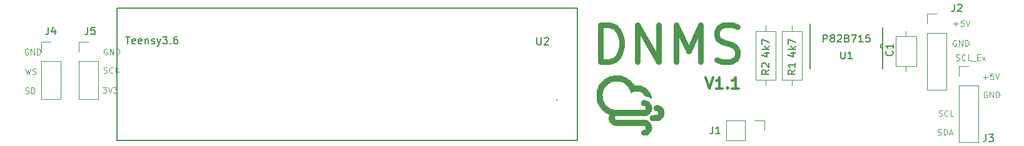
<source format=gbr>
G04 #@! TF.GenerationSoftware,KiCad,Pcbnew,(5.1.4)-1*
G04 #@! TF.CreationDate,2019-10-24T11:44:37+02:00*
G04 #@! TF.ProjectId,DNMS,444e4d53-2e6b-4696-9361-645f70636258,0.9.0*
G04 #@! TF.SameCoordinates,Original*
G04 #@! TF.FileFunction,Legend,Top*
G04 #@! TF.FilePolarity,Positive*
%FSLAX46Y46*%
G04 Gerber Fmt 4.6, Leading zero omitted, Abs format (unit mm)*
G04 Created by KiCad (PCBNEW (5.1.4)-1) date 2019-10-24 11:44:37*
%MOMM*%
%LPD*%
G04 APERTURE LIST*
%ADD10C,0.300000*%
%ADD11C,0.100000*%
%ADD12C,0.750000*%
%ADD13C,0.127000*%
%ADD14C,0.152400*%
%ADD15C,0.120000*%
%ADD16C,0.010000*%
%ADD17C,0.150000*%
G04 APERTURE END LIST*
D10*
X153416285Y-84776571D02*
X153916285Y-86276571D01*
X154416285Y-84776571D01*
X155702000Y-86276571D02*
X154844857Y-86276571D01*
X155273428Y-86276571D02*
X155273428Y-84776571D01*
X155130571Y-84990857D01*
X154987714Y-85133714D01*
X154844857Y-85205142D01*
X156344857Y-86133714D02*
X156416285Y-86205142D01*
X156344857Y-86276571D01*
X156273428Y-86205142D01*
X156344857Y-86133714D01*
X156344857Y-86276571D01*
X157844857Y-86276571D02*
X156987714Y-86276571D01*
X157416285Y-86276571D02*
X157416285Y-84776571D01*
X157273428Y-84990857D01*
X157130571Y-85133714D01*
X156987714Y-85205142D01*
D11*
X61322028Y-86887009D02*
X61436314Y-86925104D01*
X61626790Y-86925104D01*
X61702980Y-86887009D01*
X61741076Y-86848914D01*
X61779171Y-86772723D01*
X61779171Y-86696533D01*
X61741076Y-86620342D01*
X61702980Y-86582247D01*
X61626790Y-86544152D01*
X61474409Y-86506057D01*
X61398219Y-86467961D01*
X61360123Y-86429866D01*
X61322028Y-86353676D01*
X61322028Y-86277485D01*
X61360123Y-86201295D01*
X61398219Y-86163200D01*
X61474409Y-86125104D01*
X61664885Y-86125104D01*
X61779171Y-86163200D01*
X62122028Y-86925104D02*
X62122028Y-86125104D01*
X62312504Y-86125104D01*
X62426790Y-86163200D01*
X62502980Y-86239390D01*
X62541076Y-86315580D01*
X62579171Y-86467961D01*
X62579171Y-86582247D01*
X62541076Y-86734628D01*
X62502980Y-86810819D01*
X62426790Y-86887009D01*
X62312504Y-86925104D01*
X62122028Y-86925104D01*
X61328390Y-83534304D02*
X61518866Y-84334304D01*
X61671247Y-83762876D01*
X61823628Y-84334304D01*
X62014104Y-83534304D01*
X62280771Y-84296209D02*
X62395057Y-84334304D01*
X62585533Y-84334304D01*
X62661723Y-84296209D01*
X62699819Y-84258114D01*
X62737914Y-84181923D01*
X62737914Y-84105733D01*
X62699819Y-84029542D01*
X62661723Y-83991447D01*
X62585533Y-83953352D01*
X62433152Y-83915257D01*
X62356961Y-83877161D01*
X62318866Y-83839066D01*
X62280771Y-83762876D01*
X62280771Y-83686685D01*
X62318866Y-83610495D01*
X62356961Y-83572400D01*
X62433152Y-83534304D01*
X62623628Y-83534304D01*
X62737914Y-83572400D01*
X61696676Y-80905400D02*
X61620485Y-80867304D01*
X61506200Y-80867304D01*
X61391914Y-80905400D01*
X61315723Y-80981590D01*
X61277628Y-81057780D01*
X61239533Y-81210161D01*
X61239533Y-81324447D01*
X61277628Y-81476828D01*
X61315723Y-81553019D01*
X61391914Y-81629209D01*
X61506200Y-81667304D01*
X61582390Y-81667304D01*
X61696676Y-81629209D01*
X61734771Y-81591114D01*
X61734771Y-81324447D01*
X61582390Y-81324447D01*
X62077628Y-81667304D02*
X62077628Y-80867304D01*
X62534771Y-81667304D01*
X62534771Y-80867304D01*
X62915723Y-81667304D02*
X62915723Y-80867304D01*
X63106200Y-80867304D01*
X63220485Y-80905400D01*
X63296676Y-80981590D01*
X63334771Y-81057780D01*
X63372866Y-81210161D01*
X63372866Y-81324447D01*
X63334771Y-81476828D01*
X63296676Y-81553019D01*
X63220485Y-81629209D01*
X63106200Y-81667304D01*
X62915723Y-81667304D01*
X71805923Y-86074304D02*
X72301161Y-86074304D01*
X72034495Y-86379066D01*
X72148780Y-86379066D01*
X72224971Y-86417161D01*
X72263066Y-86455257D01*
X72301161Y-86531447D01*
X72301161Y-86721923D01*
X72263066Y-86798114D01*
X72224971Y-86836209D01*
X72148780Y-86874304D01*
X71920209Y-86874304D01*
X71844019Y-86836209D01*
X71805923Y-86798114D01*
X72529733Y-86074304D02*
X72796400Y-86874304D01*
X73063066Y-86074304D01*
X73253542Y-86074304D02*
X73748780Y-86074304D01*
X73482114Y-86379066D01*
X73596400Y-86379066D01*
X73672590Y-86417161D01*
X73710685Y-86455257D01*
X73748780Y-86531447D01*
X73748780Y-86721923D01*
X73710685Y-86798114D01*
X73672590Y-86836209D01*
X73596400Y-86874304D01*
X73367828Y-86874304D01*
X73291638Y-86836209D01*
X73253542Y-86798114D01*
X71920228Y-84143809D02*
X72034514Y-84181904D01*
X72224990Y-84181904D01*
X72301180Y-84143809D01*
X72339276Y-84105714D01*
X72377371Y-84029523D01*
X72377371Y-83953333D01*
X72339276Y-83877142D01*
X72301180Y-83839047D01*
X72224990Y-83800952D01*
X72072609Y-83762857D01*
X71996419Y-83724761D01*
X71958323Y-83686666D01*
X71920228Y-83610476D01*
X71920228Y-83534285D01*
X71958323Y-83458095D01*
X71996419Y-83420000D01*
X72072609Y-83381904D01*
X72263085Y-83381904D01*
X72377371Y-83420000D01*
X73177371Y-84105714D02*
X73139276Y-84143809D01*
X73024990Y-84181904D01*
X72948800Y-84181904D01*
X72834514Y-84143809D01*
X72758323Y-84067619D01*
X72720228Y-83991428D01*
X72682133Y-83839047D01*
X72682133Y-83724761D01*
X72720228Y-83572380D01*
X72758323Y-83496190D01*
X72834514Y-83420000D01*
X72948800Y-83381904D01*
X73024990Y-83381904D01*
X73139276Y-83420000D01*
X73177371Y-83458095D01*
X73520228Y-84181904D02*
X73520228Y-83381904D01*
X73977371Y-84181904D02*
X73634514Y-83724761D01*
X73977371Y-83381904D02*
X73520228Y-83839047D01*
X72390076Y-80905400D02*
X72313885Y-80867304D01*
X72199600Y-80867304D01*
X72085314Y-80905400D01*
X72009123Y-80981590D01*
X71971028Y-81057780D01*
X71932933Y-81210161D01*
X71932933Y-81324447D01*
X71971028Y-81476828D01*
X72009123Y-81553019D01*
X72085314Y-81629209D01*
X72199600Y-81667304D01*
X72275790Y-81667304D01*
X72390076Y-81629209D01*
X72428171Y-81591114D01*
X72428171Y-81324447D01*
X72275790Y-81324447D01*
X72771028Y-81667304D02*
X72771028Y-80867304D01*
X73228171Y-81667304D01*
X73228171Y-80867304D01*
X73609123Y-81667304D02*
X73609123Y-80867304D01*
X73799600Y-80867304D01*
X73913885Y-80905400D01*
X73990076Y-80981590D01*
X74028171Y-81057780D01*
X74066266Y-81210161D01*
X74066266Y-81324447D01*
X74028171Y-81476828D01*
X73990076Y-81553019D01*
X73913885Y-81629209D01*
X73799600Y-81667304D01*
X73609123Y-81667304D01*
X190970028Y-84715342D02*
X191579552Y-84715342D01*
X191274790Y-85020104D02*
X191274790Y-84410580D01*
X192341457Y-84220104D02*
X191960504Y-84220104D01*
X191922409Y-84601057D01*
X191960504Y-84562961D01*
X192036695Y-84524866D01*
X192227171Y-84524866D01*
X192303361Y-84562961D01*
X192341457Y-84601057D01*
X192379552Y-84677247D01*
X192379552Y-84867723D01*
X192341457Y-84943914D01*
X192303361Y-84982009D01*
X192227171Y-85020104D01*
X192036695Y-85020104D01*
X191960504Y-84982009D01*
X191922409Y-84943914D01*
X192608123Y-84220104D02*
X192874790Y-85020104D01*
X193141457Y-84220104D01*
X191490676Y-86696600D02*
X191414485Y-86658504D01*
X191300200Y-86658504D01*
X191185914Y-86696600D01*
X191109723Y-86772790D01*
X191071628Y-86848980D01*
X191033533Y-87001361D01*
X191033533Y-87115647D01*
X191071628Y-87268028D01*
X191109723Y-87344219D01*
X191185914Y-87420409D01*
X191300200Y-87458504D01*
X191376390Y-87458504D01*
X191490676Y-87420409D01*
X191528771Y-87382314D01*
X191528771Y-87115647D01*
X191376390Y-87115647D01*
X191871628Y-87458504D02*
X191871628Y-86658504D01*
X192328771Y-87458504D01*
X192328771Y-86658504D01*
X192709723Y-87458504D02*
X192709723Y-86658504D01*
X192900200Y-86658504D01*
X193014485Y-86696600D01*
X193090676Y-86772790D01*
X193128771Y-86848980D01*
X193166866Y-87001361D01*
X193166866Y-87115647D01*
X193128771Y-87268028D01*
X193090676Y-87344219D01*
X193014485Y-87420409D01*
X192900200Y-87458504D01*
X192709723Y-87458504D01*
X187312542Y-82416609D02*
X187426828Y-82454704D01*
X187617304Y-82454704D01*
X187693495Y-82416609D01*
X187731590Y-82378514D01*
X187769685Y-82302323D01*
X187769685Y-82226133D01*
X187731590Y-82149942D01*
X187693495Y-82111847D01*
X187617304Y-82073752D01*
X187464923Y-82035657D01*
X187388733Y-81997561D01*
X187350638Y-81959466D01*
X187312542Y-81883276D01*
X187312542Y-81807085D01*
X187350638Y-81730895D01*
X187388733Y-81692800D01*
X187464923Y-81654704D01*
X187655400Y-81654704D01*
X187769685Y-81692800D01*
X188569685Y-82378514D02*
X188531590Y-82416609D01*
X188417304Y-82454704D01*
X188341114Y-82454704D01*
X188226828Y-82416609D01*
X188150638Y-82340419D01*
X188112542Y-82264228D01*
X188074447Y-82111847D01*
X188074447Y-81997561D01*
X188112542Y-81845180D01*
X188150638Y-81768990D01*
X188226828Y-81692800D01*
X188341114Y-81654704D01*
X188417304Y-81654704D01*
X188531590Y-81692800D01*
X188569685Y-81730895D01*
X189293495Y-82454704D02*
X188912542Y-82454704D01*
X188912542Y-81654704D01*
X189369685Y-82530895D02*
X189979209Y-82530895D01*
X190169685Y-82035657D02*
X190436352Y-82035657D01*
X190550638Y-82454704D02*
X190169685Y-82454704D01*
X190169685Y-81654704D01*
X190550638Y-81654704D01*
X190817304Y-82454704D02*
X191236352Y-81921371D01*
X190817304Y-81921371D02*
X191236352Y-82454704D01*
X184829571Y-92525809D02*
X184943857Y-92563904D01*
X185134333Y-92563904D01*
X185210523Y-92525809D01*
X185248619Y-92487714D01*
X185286714Y-92411523D01*
X185286714Y-92335333D01*
X185248619Y-92259142D01*
X185210523Y-92221047D01*
X185134333Y-92182952D01*
X184981952Y-92144857D01*
X184905761Y-92106761D01*
X184867666Y-92068666D01*
X184829571Y-91992476D01*
X184829571Y-91916285D01*
X184867666Y-91840095D01*
X184905761Y-91802000D01*
X184981952Y-91763904D01*
X185172428Y-91763904D01*
X185286714Y-91802000D01*
X185629571Y-92563904D02*
X185629571Y-91763904D01*
X185820047Y-91763904D01*
X185934333Y-91802000D01*
X186010523Y-91878190D01*
X186048619Y-91954380D01*
X186086714Y-92106761D01*
X186086714Y-92221047D01*
X186048619Y-92373428D01*
X186010523Y-92449619D01*
X185934333Y-92525809D01*
X185820047Y-92563904D01*
X185629571Y-92563904D01*
X186391476Y-92335333D02*
X186772428Y-92335333D01*
X186315285Y-92563904D02*
X186581952Y-91763904D01*
X186848619Y-92563904D01*
X184950219Y-89985809D02*
X185064504Y-90023904D01*
X185254980Y-90023904D01*
X185331171Y-89985809D01*
X185369266Y-89947714D01*
X185407361Y-89871523D01*
X185407361Y-89795333D01*
X185369266Y-89719142D01*
X185331171Y-89681047D01*
X185254980Y-89642952D01*
X185102600Y-89604857D01*
X185026409Y-89566761D01*
X184988314Y-89528666D01*
X184950219Y-89452476D01*
X184950219Y-89376285D01*
X184988314Y-89300095D01*
X185026409Y-89262000D01*
X185102600Y-89223904D01*
X185293076Y-89223904D01*
X185407361Y-89262000D01*
X186207361Y-89947714D02*
X186169266Y-89985809D01*
X186054980Y-90023904D01*
X185978790Y-90023904D01*
X185864504Y-89985809D01*
X185788314Y-89909619D01*
X185750219Y-89833428D01*
X185712123Y-89681047D01*
X185712123Y-89566761D01*
X185750219Y-89414380D01*
X185788314Y-89338190D01*
X185864504Y-89262000D01*
X185978790Y-89223904D01*
X186054980Y-89223904D01*
X186169266Y-89262000D01*
X186207361Y-89300095D01*
X186931171Y-90023904D02*
X186550219Y-90023904D01*
X186550219Y-89223904D01*
X187325076Y-79737000D02*
X187248885Y-79698904D01*
X187134600Y-79698904D01*
X187020314Y-79737000D01*
X186944123Y-79813190D01*
X186906028Y-79889380D01*
X186867933Y-80041761D01*
X186867933Y-80156047D01*
X186906028Y-80308428D01*
X186944123Y-80384619D01*
X187020314Y-80460809D01*
X187134600Y-80498904D01*
X187210790Y-80498904D01*
X187325076Y-80460809D01*
X187363171Y-80422714D01*
X187363171Y-80156047D01*
X187210790Y-80156047D01*
X187706028Y-80498904D02*
X187706028Y-79698904D01*
X188163171Y-80498904D01*
X188163171Y-79698904D01*
X188544123Y-80498904D02*
X188544123Y-79698904D01*
X188734600Y-79698904D01*
X188848885Y-79737000D01*
X188925076Y-79813190D01*
X188963171Y-79889380D01*
X189001266Y-80041761D01*
X189001266Y-80156047D01*
X188963171Y-80308428D01*
X188925076Y-80384619D01*
X188848885Y-80460809D01*
X188734600Y-80498904D01*
X188544123Y-80498904D01*
X186956828Y-77501742D02*
X187566352Y-77501742D01*
X187261590Y-77806504D02*
X187261590Y-77196980D01*
X188328257Y-77006504D02*
X187947304Y-77006504D01*
X187909209Y-77387457D01*
X187947304Y-77349361D01*
X188023495Y-77311266D01*
X188213971Y-77311266D01*
X188290161Y-77349361D01*
X188328257Y-77387457D01*
X188366352Y-77463647D01*
X188366352Y-77654123D01*
X188328257Y-77730314D01*
X188290161Y-77768409D01*
X188213971Y-77806504D01*
X188023495Y-77806504D01*
X187947304Y-77768409D01*
X187909209Y-77730314D01*
X188594923Y-77006504D02*
X188861590Y-77806504D01*
X189128257Y-77006504D01*
D12*
X139169333Y-82652904D02*
X139169333Y-77652904D01*
X140359809Y-77652904D01*
X141074095Y-77891000D01*
X141550285Y-78367190D01*
X141788380Y-78843380D01*
X142026476Y-79795761D01*
X142026476Y-80510047D01*
X141788380Y-81462428D01*
X141550285Y-81938619D01*
X141074095Y-82414809D01*
X140359809Y-82652904D01*
X139169333Y-82652904D01*
X144169333Y-82652904D02*
X144169333Y-77652904D01*
X147026476Y-82652904D01*
X147026476Y-77652904D01*
X149407428Y-82652904D02*
X149407428Y-77652904D01*
X151074095Y-81224333D01*
X152740761Y-77652904D01*
X152740761Y-82652904D01*
X154883619Y-82414809D02*
X155597904Y-82652904D01*
X156788380Y-82652904D01*
X157264571Y-82414809D01*
X157502666Y-82176714D01*
X157740761Y-81700523D01*
X157740761Y-81224333D01*
X157502666Y-80748142D01*
X157264571Y-80510047D01*
X156788380Y-80271952D01*
X155836000Y-80033857D01*
X155359809Y-79795761D01*
X155121714Y-79557666D01*
X154883619Y-79081476D01*
X154883619Y-78605285D01*
X155121714Y-78129095D01*
X155359809Y-77891000D01*
X155836000Y-77652904D01*
X157026476Y-77652904D01*
X157740761Y-77891000D01*
D13*
X136032620Y-75328000D02*
X73732620Y-75328000D01*
X73732620Y-75328000D02*
X73732620Y-93328000D01*
X73732620Y-93328000D02*
X136032620Y-93328000D01*
X136032620Y-93328000D02*
X136032620Y-75328000D01*
D14*
X133282620Y-87728000D02*
X133282620Y-87828000D01*
D15*
X180517800Y-78477600D02*
X180517800Y-79167600D01*
X180517800Y-83897600D02*
X180517800Y-83207600D01*
X179097800Y-79167600D02*
X179097800Y-83207600D01*
X181937800Y-79167600D02*
X179097800Y-79167600D01*
X181937800Y-83207600D02*
X181937800Y-79167600D01*
X179097800Y-83207600D02*
X181937800Y-83207600D01*
D16*
G36*
X146935429Y-88533740D02*
G01*
X147051483Y-88572012D01*
X147277414Y-88680127D01*
X147457540Y-88819529D01*
X147606516Y-89002100D01*
X147633053Y-89043528D01*
X147667482Y-89110671D01*
X147690380Y-89189588D01*
X147704816Y-89296584D01*
X147713860Y-89447968D01*
X147715086Y-89479396D01*
X147717066Y-89682801D01*
X147703032Y-89840347D01*
X147668765Y-89968572D01*
X147610047Y-90084011D01*
X147534085Y-90189050D01*
X147453277Y-90286765D01*
X147386138Y-90354704D01*
X147311535Y-90410392D01*
X147208334Y-90471355D01*
X147164425Y-90495604D01*
X147096744Y-90530562D01*
X147033835Y-90555035D01*
X146961966Y-90571211D01*
X146867406Y-90581276D01*
X146736426Y-90587419D01*
X146561175Y-90591707D01*
X146394259Y-90593029D01*
X146245778Y-90590356D01*
X146129477Y-90584213D01*
X146059103Y-90575125D01*
X146049622Y-90572175D01*
X145946093Y-90496387D01*
X145876647Y-90382656D01*
X145845067Y-90248846D01*
X145855139Y-90112820D01*
X145910648Y-89992444D01*
X145923413Y-89976507D01*
X145958982Y-89938488D01*
X145996856Y-89912464D01*
X146049969Y-89895385D01*
X146131258Y-89884203D01*
X146253659Y-89875866D01*
X146375851Y-89869852D01*
X146591053Y-89855732D01*
X146750659Y-89833541D01*
X146862456Y-89799082D01*
X146934231Y-89748155D01*
X146973768Y-89676563D01*
X146988854Y-89580107D01*
X146989800Y-89538819D01*
X146962801Y-89418833D01*
X146890914Y-89325744D01*
X146787801Y-89274122D01*
X146736126Y-89268300D01*
X146636587Y-89250398D01*
X146552120Y-89212750D01*
X146441492Y-89126616D01*
X146380580Y-89033804D01*
X146357315Y-88912979D01*
X146355856Y-88865799D01*
X146359489Y-88763960D01*
X146380243Y-88697976D01*
X146430416Y-88640386D01*
X146473159Y-88603861D01*
X146603875Y-88528955D01*
X146755747Y-88505703D01*
X146935429Y-88533740D01*
X146935429Y-88533740D01*
G37*
X146935429Y-88533740D02*
X147051483Y-88572012D01*
X147277414Y-88680127D01*
X147457540Y-88819529D01*
X147606516Y-89002100D01*
X147633053Y-89043528D01*
X147667482Y-89110671D01*
X147690380Y-89189588D01*
X147704816Y-89296584D01*
X147713860Y-89447968D01*
X147715086Y-89479396D01*
X147717066Y-89682801D01*
X147703032Y-89840347D01*
X147668765Y-89968572D01*
X147610047Y-90084011D01*
X147534085Y-90189050D01*
X147453277Y-90286765D01*
X147386138Y-90354704D01*
X147311535Y-90410392D01*
X147208334Y-90471355D01*
X147164425Y-90495604D01*
X147096744Y-90530562D01*
X147033835Y-90555035D01*
X146961966Y-90571211D01*
X146867406Y-90581276D01*
X146736426Y-90587419D01*
X146561175Y-90591707D01*
X146394259Y-90593029D01*
X146245778Y-90590356D01*
X146129477Y-90584213D01*
X146059103Y-90575125D01*
X146049622Y-90572175D01*
X145946093Y-90496387D01*
X145876647Y-90382656D01*
X145845067Y-90248846D01*
X145855139Y-90112820D01*
X145910648Y-89992444D01*
X145923413Y-89976507D01*
X145958982Y-89938488D01*
X145996856Y-89912464D01*
X146049969Y-89895385D01*
X146131258Y-89884203D01*
X146253659Y-89875866D01*
X146375851Y-89869852D01*
X146591053Y-89855732D01*
X146750659Y-89833541D01*
X146862456Y-89799082D01*
X146934231Y-89748155D01*
X146973768Y-89676563D01*
X146988854Y-89580107D01*
X146989800Y-89538819D01*
X146962801Y-89418833D01*
X146890914Y-89325744D01*
X146787801Y-89274122D01*
X146736126Y-89268300D01*
X146636587Y-89250398D01*
X146552120Y-89212750D01*
X146441492Y-89126616D01*
X146380580Y-89033804D01*
X146357315Y-88912979D01*
X146355856Y-88865799D01*
X146359489Y-88763960D01*
X146380243Y-88697976D01*
X146430416Y-88640386D01*
X146473159Y-88603861D01*
X146603875Y-88528955D01*
X146755747Y-88505703D01*
X146935429Y-88533740D01*
G36*
X141613959Y-84513785D02*
G01*
X141862561Y-84536623D01*
X142076919Y-84572640D01*
X142245714Y-84620161D01*
X142312696Y-84649368D01*
X142382621Y-84682081D01*
X142426859Y-84696097D01*
X142427216Y-84696104D01*
X142464244Y-84711125D01*
X142542235Y-84751196D01*
X142647457Y-84809111D01*
X142704399Y-84841590D01*
X142926402Y-84989034D01*
X143149445Y-85171646D01*
X143354931Y-85372369D01*
X143524260Y-85574149D01*
X143562887Y-85628851D01*
X143699754Y-85832147D01*
X144003339Y-85830727D01*
X144194246Y-85836491D01*
X144382030Y-85853917D01*
X144549861Y-85880583D01*
X144680908Y-85914069D01*
X144733657Y-85935781D01*
X144790056Y-85963429D01*
X144879620Y-86005470D01*
X144937784Y-86032195D01*
X145017139Y-86075548D01*
X145119992Y-86141610D01*
X145234125Y-86221235D01*
X145347318Y-86305275D01*
X145447353Y-86384581D01*
X145522011Y-86450007D01*
X145559073Y-86492403D01*
X145561050Y-86498819D01*
X145580690Y-86535939D01*
X145628755Y-86595464D01*
X145636550Y-86603997D01*
X145701268Y-86688867D01*
X145777053Y-86810429D01*
X145853897Y-86949800D01*
X145921794Y-87088099D01*
X145970735Y-87206443D01*
X145988498Y-87268050D01*
X146013177Y-87366433D01*
X146043860Y-87449281D01*
X146044488Y-87450564D01*
X146066583Y-87515165D01*
X146046993Y-87539394D01*
X145982734Y-87523786D01*
X145888702Y-87478502D01*
X145716880Y-87391214D01*
X145578513Y-87332033D01*
X145454344Y-87293660D01*
X145342356Y-87271440D01*
X145221175Y-87241992D01*
X145145839Y-87195699D01*
X145123770Y-87169314D01*
X144990012Y-86999473D01*
X144840771Y-86860316D01*
X144660406Y-86739610D01*
X144433273Y-86625117D01*
X144421023Y-86619611D01*
X144357190Y-86604963D01*
X144247848Y-86593453D01*
X144110967Y-86586627D01*
X144024148Y-86585425D01*
X143850775Y-86588923D01*
X143717541Y-86603180D01*
X143601288Y-86633836D01*
X143478860Y-86686533D01*
X143365401Y-86745902D01*
X143294118Y-86781842D01*
X143259066Y-86779232D01*
X143241694Y-86728600D01*
X143233205Y-86678397D01*
X143198230Y-86555521D01*
X143132673Y-86401974D01*
X143046219Y-86236187D01*
X142948555Y-86076586D01*
X142849369Y-85941600D01*
X142840182Y-85930683D01*
X142669183Y-85753786D01*
X142477607Y-85594552D01*
X142285515Y-85468846D01*
X142203028Y-85426885D01*
X142105670Y-85381849D01*
X142026169Y-85343768D01*
X141999773Y-85330418D01*
X141899336Y-85295612D01*
X141751090Y-85268065D01*
X141570477Y-85249394D01*
X141372935Y-85241216D01*
X141181904Y-85244728D01*
X140874578Y-85279443D01*
X140603459Y-85353447D01*
X140350968Y-85472273D01*
X140239425Y-85541388D01*
X140117972Y-85633938D01*
X139985671Y-85753822D01*
X139857544Y-85885469D01*
X139748611Y-86013306D01*
X139673893Y-86121763D01*
X139666721Y-86135092D01*
X139627069Y-86206695D01*
X139597784Y-86249642D01*
X139595259Y-86252050D01*
X139569002Y-86294191D01*
X139531090Y-86379462D01*
X139488195Y-86490195D01*
X139446987Y-86608721D01*
X139414137Y-86717371D01*
X139403471Y-86760050D01*
X139383896Y-86890786D01*
X139374201Y-87052879D01*
X139373598Y-87231787D01*
X139381302Y-87412964D01*
X139396527Y-87581866D01*
X139418486Y-87723951D01*
X139446395Y-87824674D01*
X139462662Y-87855425D01*
X139488924Y-87904602D01*
X139522893Y-87984131D01*
X139528364Y-87998300D01*
X139639576Y-88219614D01*
X139799764Y-88440391D01*
X139995873Y-88646503D01*
X140214849Y-88823824D01*
X140391224Y-88932060D01*
X140479355Y-88978142D01*
X140559539Y-89017940D01*
X140636984Y-89051914D01*
X140716898Y-89080526D01*
X140804488Y-89104236D01*
X140904960Y-89123504D01*
X141023524Y-89138792D01*
X141165386Y-89150559D01*
X141335753Y-89159266D01*
X141539834Y-89165375D01*
X141782835Y-89169345D01*
X142069964Y-89171637D01*
X142406429Y-89172712D01*
X142797436Y-89173030D01*
X143115684Y-89173050D01*
X145139027Y-89173050D01*
X145223038Y-89095191D01*
X145281292Y-89023731D01*
X145304714Y-88936612D01*
X145307050Y-88878475D01*
X145284508Y-88747260D01*
X145214599Y-88655060D01*
X145093892Y-88598337D01*
X145020943Y-88583271D01*
X144862999Y-88529740D01*
X144775237Y-88464330D01*
X144711521Y-88395265D01*
X144681341Y-88327946D01*
X144673122Y-88233134D01*
X144673106Y-88206384D01*
X144689959Y-88065724D01*
X144745416Y-87963600D01*
X144850090Y-87883704D01*
X144899659Y-87858286D01*
X144961024Y-87832022D01*
X145015382Y-87821149D01*
X145081944Y-87826086D01*
X145179920Y-87847252D01*
X145254365Y-87866015D01*
X145513559Y-87959602D01*
X145724853Y-88094421D01*
X145886962Y-88268834D01*
X145998599Y-88481203D01*
X146058479Y-88729888D01*
X146069050Y-88903933D01*
X146065767Y-89027624D01*
X146057026Y-89125327D01*
X146044488Y-89180979D01*
X146039742Y-89187415D01*
X146012070Y-89229072D01*
X145990917Y-89294394D01*
X145950892Y-89383310D01*
X145872542Y-89492465D01*
X145769962Y-89606260D01*
X145657245Y-89709093D01*
X145548487Y-89785365D01*
X145546152Y-89786678D01*
X145491447Y-89816007D01*
X145436677Y-89841198D01*
X145376781Y-89862568D01*
X145306696Y-89880428D01*
X145221359Y-89895093D01*
X145115709Y-89906876D01*
X144984681Y-89916091D01*
X144823214Y-89923051D01*
X144626244Y-89928071D01*
X144388711Y-89931463D01*
X144105550Y-89933542D01*
X143771699Y-89934620D01*
X143382097Y-89935013D01*
X143151123Y-89935050D01*
X141220572Y-89935050D01*
X141136561Y-90012908D01*
X141069847Y-90114523D01*
X141050982Y-90237951D01*
X141080946Y-90362161D01*
X141117491Y-90421795D01*
X141182432Y-90504355D01*
X143236803Y-90513390D01*
X145291175Y-90522425D01*
X145488876Y-90628887D01*
X145706316Y-90777562D01*
X145875336Y-90958392D01*
X145994660Y-91163283D01*
X146063012Y-91384140D01*
X146079116Y-91612868D01*
X146041695Y-91841371D01*
X145949473Y-92061556D01*
X145801173Y-92265327D01*
X145754475Y-92313450D01*
X145595879Y-92441683D01*
X145425011Y-92522900D01*
X145225642Y-92563182D01*
X145069209Y-92570300D01*
X144947111Y-92567986D01*
X144868715Y-92557288D01*
X144814281Y-92532569D01*
X144764070Y-92488191D01*
X144757365Y-92481250D01*
X144702119Y-92409321D01*
X144677064Y-92327980D01*
X144672050Y-92233190D01*
X144691036Y-92098584D01*
X144752401Y-91996003D01*
X144862749Y-91918651D01*
X145028686Y-91859731D01*
X145037175Y-91857506D01*
X145145006Y-91822829D01*
X145230109Y-91783318D01*
X145267362Y-91754524D01*
X145295713Y-91678806D01*
X145305970Y-91572084D01*
X145297410Y-91464434D01*
X145275970Y-91396802D01*
X145259726Y-91371169D01*
X145237368Y-91349192D01*
X145204217Y-91330590D01*
X145155594Y-91315082D01*
X145086820Y-91302390D01*
X144993216Y-91292232D01*
X144870103Y-91284328D01*
X144712801Y-91278398D01*
X144516633Y-91274163D01*
X144276918Y-91271341D01*
X143988979Y-91269653D01*
X143648135Y-91268819D01*
X143249708Y-91268558D01*
X143134107Y-91268550D01*
X142710718Y-91268449D01*
X142345840Y-91267854D01*
X142034482Y-91266321D01*
X141771656Y-91263408D01*
X141552372Y-91258671D01*
X141371640Y-91251668D01*
X141224470Y-91241957D01*
X141105875Y-91229094D01*
X141010863Y-91212637D01*
X140934445Y-91192143D01*
X140871632Y-91167170D01*
X140817434Y-91137275D01*
X140766862Y-91102015D01*
X140714926Y-91060948D01*
X140705221Y-91053046D01*
X140565559Y-90931604D01*
X140470495Y-90828587D01*
X140409356Y-90731154D01*
X140382938Y-90665300D01*
X140351376Y-90583407D01*
X140321876Y-90528163D01*
X140318464Y-90524012D01*
X140300275Y-90470853D01*
X140291254Y-90373203D01*
X140290783Y-90249313D01*
X140298243Y-90117432D01*
X140313015Y-89995813D01*
X140334480Y-89902705D01*
X140340034Y-89887870D01*
X140368799Y-89812315D01*
X140380651Y-89767170D01*
X140379722Y-89762484D01*
X140347788Y-89746586D01*
X140275903Y-89712995D01*
X140211175Y-89683352D01*
X139956541Y-89546837D01*
X139702051Y-89372789D01*
X139463131Y-89174048D01*
X139255205Y-88963453D01*
X139093697Y-88753845D01*
X139092735Y-88752363D01*
X139039406Y-88671843D01*
X139000073Y-88615636D01*
X138988775Y-88601550D01*
X138967727Y-88566649D01*
X138928725Y-88490811D01*
X138882465Y-88395175D01*
X138831087Y-88287279D01*
X138786680Y-88195898D01*
X138761637Y-88146202D01*
X138722310Y-88036440D01*
X138689959Y-87876565D01*
X138665187Y-87679643D01*
X138648601Y-87458741D01*
X138640804Y-87226924D01*
X138642402Y-86997260D01*
X138654000Y-86782813D01*
X138676202Y-86596652D01*
X138687177Y-86537790D01*
X138791076Y-86192873D01*
X138952025Y-85859817D01*
X139163719Y-85546164D01*
X139419853Y-85259460D01*
X139714125Y-85007247D01*
X140040228Y-84797070D01*
X140215309Y-84709160D01*
X140433702Y-84622583D01*
X140658654Y-84562035D01*
X140905990Y-84524661D01*
X141191531Y-84507607D01*
X141342431Y-84505799D01*
X141613959Y-84513785D01*
X141613959Y-84513785D01*
G37*
X141613959Y-84513785D02*
X141862561Y-84536623D01*
X142076919Y-84572640D01*
X142245714Y-84620161D01*
X142312696Y-84649368D01*
X142382621Y-84682081D01*
X142426859Y-84696097D01*
X142427216Y-84696104D01*
X142464244Y-84711125D01*
X142542235Y-84751196D01*
X142647457Y-84809111D01*
X142704399Y-84841590D01*
X142926402Y-84989034D01*
X143149445Y-85171646D01*
X143354931Y-85372369D01*
X143524260Y-85574149D01*
X143562887Y-85628851D01*
X143699754Y-85832147D01*
X144003339Y-85830727D01*
X144194246Y-85836491D01*
X144382030Y-85853917D01*
X144549861Y-85880583D01*
X144680908Y-85914069D01*
X144733657Y-85935781D01*
X144790056Y-85963429D01*
X144879620Y-86005470D01*
X144937784Y-86032195D01*
X145017139Y-86075548D01*
X145119992Y-86141610D01*
X145234125Y-86221235D01*
X145347318Y-86305275D01*
X145447353Y-86384581D01*
X145522011Y-86450007D01*
X145559073Y-86492403D01*
X145561050Y-86498819D01*
X145580690Y-86535939D01*
X145628755Y-86595464D01*
X145636550Y-86603997D01*
X145701268Y-86688867D01*
X145777053Y-86810429D01*
X145853897Y-86949800D01*
X145921794Y-87088099D01*
X145970735Y-87206443D01*
X145988498Y-87268050D01*
X146013177Y-87366433D01*
X146043860Y-87449281D01*
X146044488Y-87450564D01*
X146066583Y-87515165D01*
X146046993Y-87539394D01*
X145982734Y-87523786D01*
X145888702Y-87478502D01*
X145716880Y-87391214D01*
X145578513Y-87332033D01*
X145454344Y-87293660D01*
X145342356Y-87271440D01*
X145221175Y-87241992D01*
X145145839Y-87195699D01*
X145123770Y-87169314D01*
X144990012Y-86999473D01*
X144840771Y-86860316D01*
X144660406Y-86739610D01*
X144433273Y-86625117D01*
X144421023Y-86619611D01*
X144357190Y-86604963D01*
X144247848Y-86593453D01*
X144110967Y-86586627D01*
X144024148Y-86585425D01*
X143850775Y-86588923D01*
X143717541Y-86603180D01*
X143601288Y-86633836D01*
X143478860Y-86686533D01*
X143365401Y-86745902D01*
X143294118Y-86781842D01*
X143259066Y-86779232D01*
X143241694Y-86728600D01*
X143233205Y-86678397D01*
X143198230Y-86555521D01*
X143132673Y-86401974D01*
X143046219Y-86236187D01*
X142948555Y-86076586D01*
X142849369Y-85941600D01*
X142840182Y-85930683D01*
X142669183Y-85753786D01*
X142477607Y-85594552D01*
X142285515Y-85468846D01*
X142203028Y-85426885D01*
X142105670Y-85381849D01*
X142026169Y-85343768D01*
X141999773Y-85330418D01*
X141899336Y-85295612D01*
X141751090Y-85268065D01*
X141570477Y-85249394D01*
X141372935Y-85241216D01*
X141181904Y-85244728D01*
X140874578Y-85279443D01*
X140603459Y-85353447D01*
X140350968Y-85472273D01*
X140239425Y-85541388D01*
X140117972Y-85633938D01*
X139985671Y-85753822D01*
X139857544Y-85885469D01*
X139748611Y-86013306D01*
X139673893Y-86121763D01*
X139666721Y-86135092D01*
X139627069Y-86206695D01*
X139597784Y-86249642D01*
X139595259Y-86252050D01*
X139569002Y-86294191D01*
X139531090Y-86379462D01*
X139488195Y-86490195D01*
X139446987Y-86608721D01*
X139414137Y-86717371D01*
X139403471Y-86760050D01*
X139383896Y-86890786D01*
X139374201Y-87052879D01*
X139373598Y-87231787D01*
X139381302Y-87412964D01*
X139396527Y-87581866D01*
X139418486Y-87723951D01*
X139446395Y-87824674D01*
X139462662Y-87855425D01*
X139488924Y-87904602D01*
X139522893Y-87984131D01*
X139528364Y-87998300D01*
X139639576Y-88219614D01*
X139799764Y-88440391D01*
X139995873Y-88646503D01*
X140214849Y-88823824D01*
X140391224Y-88932060D01*
X140479355Y-88978142D01*
X140559539Y-89017940D01*
X140636984Y-89051914D01*
X140716898Y-89080526D01*
X140804488Y-89104236D01*
X140904960Y-89123504D01*
X141023524Y-89138792D01*
X141165386Y-89150559D01*
X141335753Y-89159266D01*
X141539834Y-89165375D01*
X141782835Y-89169345D01*
X142069964Y-89171637D01*
X142406429Y-89172712D01*
X142797436Y-89173030D01*
X143115684Y-89173050D01*
X145139027Y-89173050D01*
X145223038Y-89095191D01*
X145281292Y-89023731D01*
X145304714Y-88936612D01*
X145307050Y-88878475D01*
X145284508Y-88747260D01*
X145214599Y-88655060D01*
X145093892Y-88598337D01*
X145020943Y-88583271D01*
X144862999Y-88529740D01*
X144775237Y-88464330D01*
X144711521Y-88395265D01*
X144681341Y-88327946D01*
X144673122Y-88233134D01*
X144673106Y-88206384D01*
X144689959Y-88065724D01*
X144745416Y-87963600D01*
X144850090Y-87883704D01*
X144899659Y-87858286D01*
X144961024Y-87832022D01*
X145015382Y-87821149D01*
X145081944Y-87826086D01*
X145179920Y-87847252D01*
X145254365Y-87866015D01*
X145513559Y-87959602D01*
X145724853Y-88094421D01*
X145886962Y-88268834D01*
X145998599Y-88481203D01*
X146058479Y-88729888D01*
X146069050Y-88903933D01*
X146065767Y-89027624D01*
X146057026Y-89125327D01*
X146044488Y-89180979D01*
X146039742Y-89187415D01*
X146012070Y-89229072D01*
X145990917Y-89294394D01*
X145950892Y-89383310D01*
X145872542Y-89492465D01*
X145769962Y-89606260D01*
X145657245Y-89709093D01*
X145548487Y-89785365D01*
X145546152Y-89786678D01*
X145491447Y-89816007D01*
X145436677Y-89841198D01*
X145376781Y-89862568D01*
X145306696Y-89880428D01*
X145221359Y-89895093D01*
X145115709Y-89906876D01*
X144984681Y-89916091D01*
X144823214Y-89923051D01*
X144626244Y-89928071D01*
X144388711Y-89931463D01*
X144105550Y-89933542D01*
X143771699Y-89934620D01*
X143382097Y-89935013D01*
X143151123Y-89935050D01*
X141220572Y-89935050D01*
X141136561Y-90012908D01*
X141069847Y-90114523D01*
X141050982Y-90237951D01*
X141080946Y-90362161D01*
X141117491Y-90421795D01*
X141182432Y-90504355D01*
X143236803Y-90513390D01*
X145291175Y-90522425D01*
X145488876Y-90628887D01*
X145706316Y-90777562D01*
X145875336Y-90958392D01*
X145994660Y-91163283D01*
X146063012Y-91384140D01*
X146079116Y-91612868D01*
X146041695Y-91841371D01*
X145949473Y-92061556D01*
X145801173Y-92265327D01*
X145754475Y-92313450D01*
X145595879Y-92441683D01*
X145425011Y-92522900D01*
X145225642Y-92563182D01*
X145069209Y-92570300D01*
X144947111Y-92567986D01*
X144868715Y-92557288D01*
X144814281Y-92532569D01*
X144764070Y-92488191D01*
X144757365Y-92481250D01*
X144702119Y-92409321D01*
X144677064Y-92327980D01*
X144672050Y-92233190D01*
X144691036Y-92098584D01*
X144752401Y-91996003D01*
X144862749Y-91918651D01*
X145028686Y-91859731D01*
X145037175Y-91857506D01*
X145145006Y-91822829D01*
X145230109Y-91783318D01*
X145267362Y-91754524D01*
X145295713Y-91678806D01*
X145305970Y-91572084D01*
X145297410Y-91464434D01*
X145275970Y-91396802D01*
X145259726Y-91371169D01*
X145237368Y-91349192D01*
X145204217Y-91330590D01*
X145155594Y-91315082D01*
X145086820Y-91302390D01*
X144993216Y-91292232D01*
X144870103Y-91284328D01*
X144712801Y-91278398D01*
X144516633Y-91274163D01*
X144276918Y-91271341D01*
X143988979Y-91269653D01*
X143648135Y-91268819D01*
X143249708Y-91268558D01*
X143134107Y-91268550D01*
X142710718Y-91268449D01*
X142345840Y-91267854D01*
X142034482Y-91266321D01*
X141771656Y-91263408D01*
X141552372Y-91258671D01*
X141371640Y-91251668D01*
X141224470Y-91241957D01*
X141105875Y-91229094D01*
X141010863Y-91212637D01*
X140934445Y-91192143D01*
X140871632Y-91167170D01*
X140817434Y-91137275D01*
X140766862Y-91102015D01*
X140714926Y-91060948D01*
X140705221Y-91053046D01*
X140565559Y-90931604D01*
X140470495Y-90828587D01*
X140409356Y-90731154D01*
X140382938Y-90665300D01*
X140351376Y-90583407D01*
X140321876Y-90528163D01*
X140318464Y-90524012D01*
X140300275Y-90470853D01*
X140291254Y-90373203D01*
X140290783Y-90249313D01*
X140298243Y-90117432D01*
X140313015Y-89995813D01*
X140334480Y-89902705D01*
X140340034Y-89887870D01*
X140368799Y-89812315D01*
X140380651Y-89767170D01*
X140379722Y-89762484D01*
X140347788Y-89746586D01*
X140275903Y-89712995D01*
X140211175Y-89683352D01*
X139956541Y-89546837D01*
X139702051Y-89372789D01*
X139463131Y-89174048D01*
X139255205Y-88963453D01*
X139093697Y-88753845D01*
X139092735Y-88752363D01*
X139039406Y-88671843D01*
X139000073Y-88615636D01*
X138988775Y-88601550D01*
X138967727Y-88566649D01*
X138928725Y-88490811D01*
X138882465Y-88395175D01*
X138831087Y-88287279D01*
X138786680Y-88195898D01*
X138761637Y-88146202D01*
X138722310Y-88036440D01*
X138689959Y-87876565D01*
X138665187Y-87679643D01*
X138648601Y-87458741D01*
X138640804Y-87226924D01*
X138642402Y-86997260D01*
X138654000Y-86782813D01*
X138676202Y-86596652D01*
X138687177Y-86537790D01*
X138791076Y-86192873D01*
X138952025Y-85859817D01*
X139163719Y-85546164D01*
X139419853Y-85259460D01*
X139714125Y-85007247D01*
X140040228Y-84797070D01*
X140215309Y-84709160D01*
X140433702Y-84622583D01*
X140658654Y-84562035D01*
X140905990Y-84524661D01*
X141191531Y-84507607D01*
X141342431Y-84505799D01*
X141613959Y-84513785D01*
D15*
X68520000Y-79950000D02*
X69850000Y-79950000D01*
X68520000Y-81280000D02*
X68520000Y-79950000D01*
X68520000Y-82550000D02*
X71180000Y-82550000D01*
X71180000Y-82550000D02*
X71180000Y-87690000D01*
X68520000Y-82550000D02*
X68520000Y-87690000D01*
X68520000Y-87690000D02*
X71180000Y-87690000D01*
X63440000Y-79950000D02*
X64770000Y-79950000D01*
X63440000Y-81280000D02*
X63440000Y-79950000D01*
X63440000Y-82550000D02*
X66100000Y-82550000D01*
X66100000Y-82550000D02*
X66100000Y-87690000D01*
X63440000Y-82550000D02*
X63440000Y-87690000D01*
X63440000Y-87690000D02*
X66100000Y-87690000D01*
X187646000Y-83252000D02*
X188976000Y-83252000D01*
X187646000Y-84582000D02*
X187646000Y-83252000D01*
X187646000Y-85852000D02*
X190306000Y-85852000D01*
X190306000Y-85852000D02*
X190306000Y-93532000D01*
X187646000Y-85852000D02*
X187646000Y-93532000D01*
X187646000Y-93532000D02*
X190306000Y-93532000D01*
X183328000Y-76140000D02*
X184658000Y-76140000D01*
X183328000Y-77470000D02*
X183328000Y-76140000D01*
X183328000Y-78740000D02*
X185988000Y-78740000D01*
X185988000Y-78740000D02*
X185988000Y-86420000D01*
X183328000Y-78740000D02*
X183328000Y-86420000D01*
X183328000Y-86420000D02*
X185988000Y-86420000D01*
X161350000Y-90618000D02*
X161350000Y-91948000D01*
X160020000Y-90618000D02*
X161350000Y-90618000D01*
X158750000Y-90618000D02*
X158750000Y-93278000D01*
X158750000Y-93278000D02*
X156150000Y-93278000D01*
X158750000Y-90618000D02*
X156150000Y-90618000D01*
X156150000Y-90618000D02*
X156150000Y-93278000D01*
D14*
X167563800Y-77444600D02*
X167563800Y-83591400D01*
X177368200Y-83591400D02*
X177368200Y-80822800D01*
X177368200Y-80822800D02*
X177368200Y-80213200D01*
X177368200Y-80213200D02*
X177368200Y-78003400D01*
X177368200Y-80822800D02*
G75*
G02X177368200Y-80213200I0J304800D01*
G01*
D15*
X161544000Y-77748000D02*
X161544000Y-78518000D01*
X161544000Y-85828000D02*
X161544000Y-85058000D01*
X160174000Y-78518000D02*
X160174000Y-85058000D01*
X162914000Y-78518000D02*
X160174000Y-78518000D01*
X162914000Y-85058000D02*
X162914000Y-78518000D01*
X160174000Y-85058000D02*
X162914000Y-85058000D01*
X165100000Y-77748000D02*
X165100000Y-78518000D01*
X165100000Y-85828000D02*
X165100000Y-85058000D01*
X163730000Y-78518000D02*
X163730000Y-85058000D01*
X166470000Y-78518000D02*
X163730000Y-78518000D01*
X166470000Y-85058000D02*
X166470000Y-78518000D01*
X163730000Y-85058000D02*
X166470000Y-85058000D01*
D17*
X130556095Y-79335380D02*
X130556095Y-80144904D01*
X130603714Y-80240142D01*
X130651333Y-80287761D01*
X130746571Y-80335380D01*
X130937047Y-80335380D01*
X131032285Y-80287761D01*
X131079904Y-80240142D01*
X131127523Y-80144904D01*
X131127523Y-79335380D01*
X131556095Y-79430619D02*
X131603714Y-79383000D01*
X131698952Y-79335380D01*
X131937047Y-79335380D01*
X132032285Y-79383000D01*
X132079904Y-79430619D01*
X132127523Y-79525857D01*
X132127523Y-79621095D01*
X132079904Y-79763952D01*
X131508476Y-80335380D01*
X132127523Y-80335380D01*
X74914571Y-79208380D02*
X75486000Y-79208380D01*
X75200285Y-80208380D02*
X75200285Y-79208380D01*
X76200285Y-80160761D02*
X76105047Y-80208380D01*
X75914571Y-80208380D01*
X75819333Y-80160761D01*
X75771714Y-80065523D01*
X75771714Y-79684571D01*
X75819333Y-79589333D01*
X75914571Y-79541714D01*
X76105047Y-79541714D01*
X76200285Y-79589333D01*
X76247904Y-79684571D01*
X76247904Y-79779809D01*
X75771714Y-79875047D01*
X77057428Y-80160761D02*
X76962190Y-80208380D01*
X76771714Y-80208380D01*
X76676476Y-80160761D01*
X76628857Y-80065523D01*
X76628857Y-79684571D01*
X76676476Y-79589333D01*
X76771714Y-79541714D01*
X76962190Y-79541714D01*
X77057428Y-79589333D01*
X77105047Y-79684571D01*
X77105047Y-79779809D01*
X76628857Y-79875047D01*
X77533619Y-79541714D02*
X77533619Y-80208380D01*
X77533619Y-79636952D02*
X77581238Y-79589333D01*
X77676476Y-79541714D01*
X77819333Y-79541714D01*
X77914571Y-79589333D01*
X77962190Y-79684571D01*
X77962190Y-80208380D01*
X78390761Y-80160761D02*
X78486000Y-80208380D01*
X78676476Y-80208380D01*
X78771714Y-80160761D01*
X78819333Y-80065523D01*
X78819333Y-80017904D01*
X78771714Y-79922666D01*
X78676476Y-79875047D01*
X78533619Y-79875047D01*
X78438380Y-79827428D01*
X78390761Y-79732190D01*
X78390761Y-79684571D01*
X78438380Y-79589333D01*
X78533619Y-79541714D01*
X78676476Y-79541714D01*
X78771714Y-79589333D01*
X79152666Y-79541714D02*
X79390761Y-80208380D01*
X79628857Y-79541714D02*
X79390761Y-80208380D01*
X79295523Y-80446476D01*
X79247904Y-80494095D01*
X79152666Y-80541714D01*
X79914571Y-79208380D02*
X80533619Y-79208380D01*
X80200285Y-79589333D01*
X80343142Y-79589333D01*
X80438380Y-79636952D01*
X80486000Y-79684571D01*
X80533619Y-79779809D01*
X80533619Y-80017904D01*
X80486000Y-80113142D01*
X80438380Y-80160761D01*
X80343142Y-80208380D01*
X80057428Y-80208380D01*
X79962190Y-80160761D01*
X79914571Y-80113142D01*
X80962190Y-80113142D02*
X81009809Y-80160761D01*
X80962190Y-80208380D01*
X80914571Y-80160761D01*
X80962190Y-80113142D01*
X80962190Y-80208380D01*
X81866952Y-79208380D02*
X81676476Y-79208380D01*
X81581238Y-79256000D01*
X81533619Y-79303619D01*
X81438380Y-79446476D01*
X81390761Y-79636952D01*
X81390761Y-80017904D01*
X81438380Y-80113142D01*
X81486000Y-80160761D01*
X81581238Y-80208380D01*
X81771714Y-80208380D01*
X81866952Y-80160761D01*
X81914571Y-80113142D01*
X81962190Y-80017904D01*
X81962190Y-79779809D01*
X81914571Y-79684571D01*
X81866952Y-79636952D01*
X81771714Y-79589333D01*
X81581238Y-79589333D01*
X81486000Y-79636952D01*
X81438380Y-79684571D01*
X81390761Y-79779809D01*
X178665142Y-81192666D02*
X178712761Y-81240285D01*
X178760380Y-81383142D01*
X178760380Y-81478380D01*
X178712761Y-81621238D01*
X178617523Y-81716476D01*
X178522285Y-81764095D01*
X178331809Y-81811714D01*
X178188952Y-81811714D01*
X177998476Y-81764095D01*
X177903238Y-81716476D01*
X177808000Y-81621238D01*
X177760380Y-81478380D01*
X177760380Y-81383142D01*
X177808000Y-81240285D01*
X177855619Y-81192666D01*
X178760380Y-80240285D02*
X178760380Y-80811714D01*
X178760380Y-80526000D02*
X177760380Y-80526000D01*
X177903238Y-80621238D01*
X177998476Y-80716476D01*
X178046095Y-80811714D01*
X69770666Y-77938380D02*
X69770666Y-78652666D01*
X69723047Y-78795523D01*
X69627809Y-78890761D01*
X69484952Y-78938380D01*
X69389714Y-78938380D01*
X70723047Y-77938380D02*
X70246857Y-77938380D01*
X70199238Y-78414571D01*
X70246857Y-78366952D01*
X70342095Y-78319333D01*
X70580190Y-78319333D01*
X70675428Y-78366952D01*
X70723047Y-78414571D01*
X70770666Y-78509809D01*
X70770666Y-78747904D01*
X70723047Y-78843142D01*
X70675428Y-78890761D01*
X70580190Y-78938380D01*
X70342095Y-78938380D01*
X70246857Y-78890761D01*
X70199238Y-78843142D01*
X64436666Y-77938380D02*
X64436666Y-78652666D01*
X64389047Y-78795523D01*
X64293809Y-78890761D01*
X64150952Y-78938380D01*
X64055714Y-78938380D01*
X65341428Y-78271714D02*
X65341428Y-78938380D01*
X65103333Y-77890761D02*
X64865238Y-78605047D01*
X65484285Y-78605047D01*
X191335066Y-92467180D02*
X191335066Y-93181466D01*
X191287447Y-93324323D01*
X191192209Y-93419561D01*
X191049352Y-93467180D01*
X190954114Y-93467180D01*
X191716019Y-92467180D02*
X192335066Y-92467180D01*
X192001733Y-92848133D01*
X192144590Y-92848133D01*
X192239828Y-92895752D01*
X192287447Y-92943371D01*
X192335066Y-93038609D01*
X192335066Y-93276704D01*
X192287447Y-93371942D01*
X192239828Y-93419561D01*
X192144590Y-93467180D01*
X191858876Y-93467180D01*
X191763638Y-93419561D01*
X191716019Y-93371942D01*
X187067866Y-74814180D02*
X187067866Y-75528466D01*
X187020247Y-75671323D01*
X186925009Y-75766561D01*
X186782152Y-75814180D01*
X186686914Y-75814180D01*
X187496438Y-74909419D02*
X187544057Y-74861800D01*
X187639295Y-74814180D01*
X187877390Y-74814180D01*
X187972628Y-74861800D01*
X188020247Y-74909419D01*
X188067866Y-75004657D01*
X188067866Y-75099895D01*
X188020247Y-75242752D01*
X187448819Y-75814180D01*
X188067866Y-75814180D01*
X154352666Y-91400380D02*
X154352666Y-92114666D01*
X154305047Y-92257523D01*
X154209809Y-92352761D01*
X154066952Y-92400380D01*
X153971714Y-92400380D01*
X155352666Y-92400380D02*
X154781238Y-92400380D01*
X155066952Y-92400380D02*
X155066952Y-91400380D01*
X154971714Y-91543238D01*
X154876476Y-91638476D01*
X154781238Y-91686095D01*
X171704095Y-81240380D02*
X171704095Y-82049904D01*
X171751714Y-82145142D01*
X171799333Y-82192761D01*
X171894571Y-82240380D01*
X172085047Y-82240380D01*
X172180285Y-82192761D01*
X172227904Y-82145142D01*
X172275523Y-82049904D01*
X172275523Y-81240380D01*
X173275523Y-82240380D02*
X172704095Y-82240380D01*
X172989809Y-82240380D02*
X172989809Y-81240380D01*
X172894571Y-81383238D01*
X172799333Y-81478476D01*
X172704095Y-81526095D01*
X169323142Y-79954380D02*
X169323142Y-78954380D01*
X169704095Y-78954380D01*
X169799333Y-79002000D01*
X169846952Y-79049619D01*
X169894571Y-79144857D01*
X169894571Y-79287714D01*
X169846952Y-79382952D01*
X169799333Y-79430571D01*
X169704095Y-79478190D01*
X169323142Y-79478190D01*
X170466000Y-79382952D02*
X170370761Y-79335333D01*
X170323142Y-79287714D01*
X170275523Y-79192476D01*
X170275523Y-79144857D01*
X170323142Y-79049619D01*
X170370761Y-79002000D01*
X170466000Y-78954380D01*
X170656476Y-78954380D01*
X170751714Y-79002000D01*
X170799333Y-79049619D01*
X170846952Y-79144857D01*
X170846952Y-79192476D01*
X170799333Y-79287714D01*
X170751714Y-79335333D01*
X170656476Y-79382952D01*
X170466000Y-79382952D01*
X170370761Y-79430571D01*
X170323142Y-79478190D01*
X170275523Y-79573428D01*
X170275523Y-79763904D01*
X170323142Y-79859142D01*
X170370761Y-79906761D01*
X170466000Y-79954380D01*
X170656476Y-79954380D01*
X170751714Y-79906761D01*
X170799333Y-79859142D01*
X170846952Y-79763904D01*
X170846952Y-79573428D01*
X170799333Y-79478190D01*
X170751714Y-79430571D01*
X170656476Y-79382952D01*
X171227904Y-79049619D02*
X171275523Y-79002000D01*
X171370761Y-78954380D01*
X171608857Y-78954380D01*
X171704095Y-79002000D01*
X171751714Y-79049619D01*
X171799333Y-79144857D01*
X171799333Y-79240095D01*
X171751714Y-79382952D01*
X171180285Y-79954380D01*
X171799333Y-79954380D01*
X172561238Y-79430571D02*
X172704095Y-79478190D01*
X172751714Y-79525809D01*
X172799333Y-79621047D01*
X172799333Y-79763904D01*
X172751714Y-79859142D01*
X172704095Y-79906761D01*
X172608857Y-79954380D01*
X172227904Y-79954380D01*
X172227904Y-78954380D01*
X172561238Y-78954380D01*
X172656476Y-79002000D01*
X172704095Y-79049619D01*
X172751714Y-79144857D01*
X172751714Y-79240095D01*
X172704095Y-79335333D01*
X172656476Y-79382952D01*
X172561238Y-79430571D01*
X172227904Y-79430571D01*
X173132666Y-78954380D02*
X173799333Y-78954380D01*
X173370761Y-79954380D01*
X174704095Y-79954380D02*
X174132666Y-79954380D01*
X174418380Y-79954380D02*
X174418380Y-78954380D01*
X174323142Y-79097238D01*
X174227904Y-79192476D01*
X174132666Y-79240095D01*
X175608857Y-78954380D02*
X175132666Y-78954380D01*
X175085047Y-79430571D01*
X175132666Y-79382952D01*
X175227904Y-79335333D01*
X175466000Y-79335333D01*
X175561238Y-79382952D01*
X175608857Y-79430571D01*
X175656476Y-79525809D01*
X175656476Y-79763904D01*
X175608857Y-79859142D01*
X175561238Y-79906761D01*
X175466000Y-79954380D01*
X175227904Y-79954380D01*
X175132666Y-79906761D01*
X175085047Y-79859142D01*
X161970980Y-83732666D02*
X161494790Y-84066000D01*
X161970980Y-84304095D02*
X160970980Y-84304095D01*
X160970980Y-83923142D01*
X161018600Y-83827904D01*
X161066219Y-83780285D01*
X161161457Y-83732666D01*
X161304314Y-83732666D01*
X161399552Y-83780285D01*
X161447171Y-83827904D01*
X161494790Y-83923142D01*
X161494790Y-84304095D01*
X161066219Y-83351714D02*
X161018600Y-83304095D01*
X160970980Y-83208857D01*
X160970980Y-82970761D01*
X161018600Y-82875523D01*
X161066219Y-82827904D01*
X161161457Y-82780285D01*
X161256695Y-82780285D01*
X161399552Y-82827904D01*
X161970980Y-83399333D01*
X161970980Y-82780285D01*
X161329714Y-81462476D02*
X161996380Y-81462476D01*
X160948761Y-81700571D02*
X161663047Y-81938666D01*
X161663047Y-81319619D01*
X161996380Y-80938666D02*
X160996380Y-80938666D01*
X161615428Y-80843428D02*
X161996380Y-80557714D01*
X161329714Y-80557714D02*
X161710666Y-80938666D01*
X160996380Y-80224380D02*
X160996380Y-79557714D01*
X161996380Y-79986285D01*
X165526980Y-83758066D02*
X165050790Y-84091400D01*
X165526980Y-84329495D02*
X164526980Y-84329495D01*
X164526980Y-83948542D01*
X164574600Y-83853304D01*
X164622219Y-83805685D01*
X164717457Y-83758066D01*
X164860314Y-83758066D01*
X164955552Y-83805685D01*
X165003171Y-83853304D01*
X165050790Y-83948542D01*
X165050790Y-84329495D01*
X165526980Y-82805685D02*
X165526980Y-83377114D01*
X165526980Y-83091400D02*
X164526980Y-83091400D01*
X164669838Y-83186638D01*
X164765076Y-83281876D01*
X164812695Y-83377114D01*
X164885714Y-81462476D02*
X165552380Y-81462476D01*
X164504761Y-81700571D02*
X165219047Y-81938666D01*
X165219047Y-81319619D01*
X165552380Y-80938666D02*
X164552380Y-80938666D01*
X165171428Y-80843428D02*
X165552380Y-80557714D01*
X164885714Y-80557714D02*
X165266666Y-80938666D01*
X164552380Y-80224380D02*
X164552380Y-79557714D01*
X165552380Y-79986285D01*
M02*

</source>
